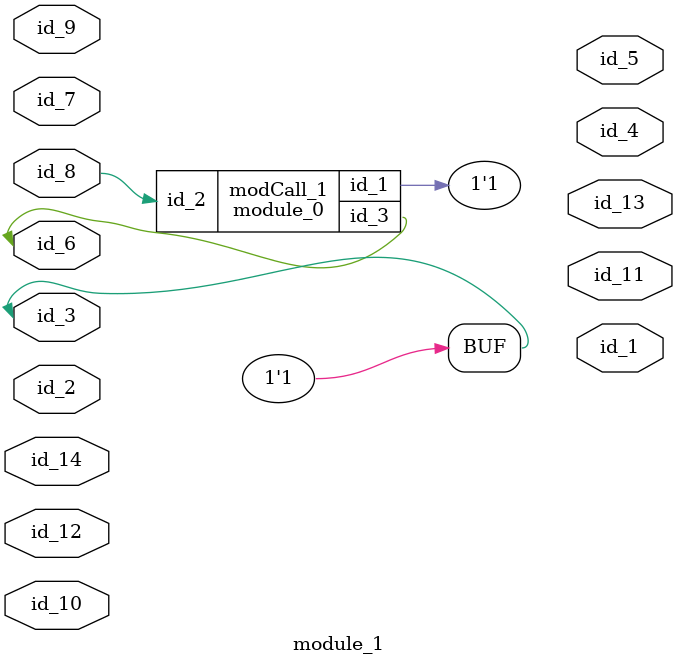
<source format=v>
module module_0 (
    id_1,
    id_2,
    id_3
);
  inout wire id_3;
  input wire id_2;
  inout wire id_1;
  wire id_4;
  wire id_5;
endmodule
module module_1 (
    id_1,
    id_2,
    id_3,
    id_4,
    id_5,
    id_6,
    id_7,
    id_8,
    id_9,
    id_10,
    id_11,
    id_12,
    id_13,
    id_14
);
  inout wire id_14;
  output wire id_13;
  inout wire id_12;
  output wire id_11;
  inout wire id_10;
  input wire id_9;
  input wire id_8;
  input wire id_7;
  inout wire id_6;
  output wire id_5;
  output wire id_4;
  inout wire id_3;
  inout wire id_2;
  output wire id_1;
  assign id_3 = 1;
  module_0 modCall_1 (
      id_3,
      id_8,
      id_6
  );
  wire id_15;
  assign id_10[1] = 1;
endmodule

</source>
